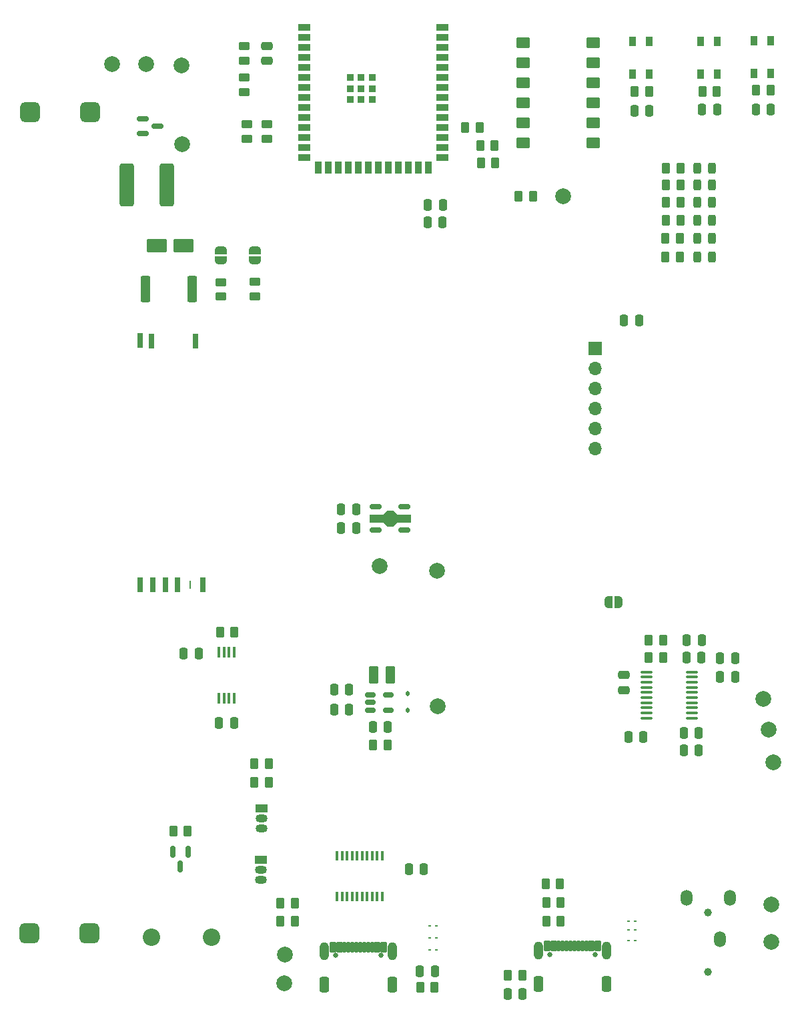
<source format=gbr>
%TF.GenerationSoftware,KiCad,Pcbnew,8.0.4*%
%TF.CreationDate,2025-01-31T21:40:56-05:00*%
%TF.ProjectId,Radiation,52616469-6174-4696-9f6e-2e6b69636164,rev?*%
%TF.SameCoordinates,Original*%
%TF.FileFunction,Soldermask,Top*%
%TF.FilePolarity,Negative*%
%FSLAX46Y46*%
G04 Gerber Fmt 4.6, Leading zero omitted, Abs format (unit mm)*
G04 Created by KiCad (PCBNEW 8.0.4) date 2025-01-31 21:40:56*
%MOMM*%
%LPD*%
G01*
G04 APERTURE LIST*
G04 Aperture macros list*
%AMRoundRect*
0 Rectangle with rounded corners*
0 $1 Rounding radius*
0 $2 $3 $4 $5 $6 $7 $8 $9 X,Y pos of 4 corners*
0 Add a 4 corners polygon primitive as box body*
4,1,4,$2,$3,$4,$5,$6,$7,$8,$9,$2,$3,0*
0 Add four circle primitives for the rounded corners*
1,1,$1+$1,$2,$3*
1,1,$1+$1,$4,$5*
1,1,$1+$1,$6,$7*
1,1,$1+$1,$8,$9*
0 Add four rect primitives between the rounded corners*
20,1,$1+$1,$2,$3,$4,$5,0*
20,1,$1+$1,$4,$5,$6,$7,0*
20,1,$1+$1,$6,$7,$8,$9,0*
20,1,$1+$1,$8,$9,$2,$3,0*%
%AMFreePoly0*
4,1,19,0.500000,-0.750000,0.000000,-0.750000,0.000000,-0.744911,-0.071157,-0.744911,-0.207708,-0.704816,-0.327430,-0.627875,-0.420627,-0.520320,-0.479746,-0.390866,-0.500000,-0.250000,-0.500000,0.250000,-0.479746,0.390866,-0.420627,0.520320,-0.327430,0.627875,-0.207708,0.704816,-0.071157,0.744911,0.000000,0.744911,0.000000,0.750000,0.500000,0.750000,0.500000,-0.750000,0.500000,-0.750000,
$1*%
%AMFreePoly1*
4,1,19,0.000000,0.744911,0.071157,0.744911,0.207708,0.704816,0.327430,0.627875,0.420627,0.520320,0.479746,0.390866,0.500000,0.250000,0.500000,-0.250000,0.479746,-0.390866,0.420627,-0.520320,0.327430,-0.627875,0.207708,-0.704816,0.071157,-0.744911,0.000000,-0.744911,0.000000,-0.750000,-0.500000,-0.750000,-0.500000,0.750000,0.000000,0.750000,0.000000,0.744911,0.000000,0.744911,
$1*%
%AMFreePoly2*
4,1,13,0.900000,0.500000,2.600000,0.500000,2.600000,-0.500000,0.900000,-0.500000,0.400000,-1.000000,-0.400000,-1.000000,-0.900000,-0.500000,-2.600000,-0.500000,-2.600000,0.500000,-0.900000,0.500000,-0.400000,1.000000,0.400000,1.000000,0.900000,0.500000,0.900000,0.500000,$1*%
G04 Aperture macros list end*
%ADD10C,0.650000*%
%ADD11RoundRect,0.095000X-0.300000X-0.575000X0.300000X-0.575000X0.300000X0.575000X-0.300000X0.575000X0*%
%ADD12RoundRect,0.095000X-0.150000X-0.575000X0.150000X-0.575000X0.150000X0.575000X-0.150000X0.575000X0*%
%ADD13O,1.204000X2.304000*%
%ADD14RoundRect,0.301000X-0.301000X-0.701000X0.301000X-0.701000X0.301000X0.701000X-0.301000X0.701000X0*%
%ADD15C,0.990600*%
%ADD16O,1.498600X2.006600*%
%ADD17RoundRect,0.250000X0.262500X0.450000X-0.262500X0.450000X-0.262500X-0.450000X0.262500X-0.450000X0*%
%ADD18RoundRect,0.250000X-0.250000X-0.475000X0.250000X-0.475000X0.250000X0.475000X-0.250000X0.475000X0*%
%ADD19R,0.760000X1.910000*%
%ADD20R,0.150000X1.000000*%
%ADD21RoundRect,0.062500X0.117500X0.062500X-0.117500X0.062500X-0.117500X-0.062500X0.117500X-0.062500X0*%
%ADD22C,2.000000*%
%ADD23R,0.400000X1.200000*%
%ADD24RoundRect,0.150000X-0.587500X-0.150000X0.587500X-0.150000X0.587500X0.150000X-0.587500X0.150000X0*%
%ADD25R,1.500000X1.050000*%
%ADD26O,1.500000X1.050000*%
%ADD27RoundRect,0.250000X-0.262500X-0.450000X0.262500X-0.450000X0.262500X0.450000X-0.262500X0.450000X0*%
%ADD28RoundRect,0.635000X0.635000X-0.635000X0.635000X0.635000X-0.635000X0.635000X-0.635000X-0.635000X0*%
%ADD29FreePoly0,270.000000*%
%ADD30FreePoly1,270.000000*%
%ADD31RoundRect,0.250000X-0.650000X-2.450000X0.650000X-2.450000X0.650000X2.450000X-0.650000X2.450000X0*%
%ADD32RoundRect,0.102000X-0.325000X0.525000X-0.325000X-0.525000X0.325000X-0.525000X0.325000X0.525000X0*%
%ADD33RoundRect,0.175000X-0.575000X-0.175000X0.575000X-0.175000X0.575000X0.175000X-0.575000X0.175000X0*%
%ADD34FreePoly2,0.000000*%
%ADD35RoundRect,0.250000X-0.450000X0.262500X-0.450000X-0.262500X0.450000X-0.262500X0.450000X0.262500X0*%
%ADD36RoundRect,0.250000X0.375000X0.850000X-0.375000X0.850000X-0.375000X-0.850000X0.375000X-0.850000X0*%
%ADD37RoundRect,0.250000X0.250000X0.475000X-0.250000X0.475000X-0.250000X-0.475000X0.250000X-0.475000X0*%
%ADD38RoundRect,0.100000X-0.637500X-0.100000X0.637500X-0.100000X0.637500X0.100000X-0.637500X0.100000X0*%
%ADD39RoundRect,0.243750X0.243750X0.456250X-0.243750X0.456250X-0.243750X-0.456250X0.243750X-0.456250X0*%
%ADD40RoundRect,0.250000X-0.475000X0.250000X-0.475000X-0.250000X0.475000X-0.250000X0.475000X0.250000X0*%
%ADD41RoundRect,0.102000X1.130000X0.755000X-1.130000X0.755000X-1.130000X-0.755000X1.130000X-0.755000X0*%
%ADD42FreePoly0,0.000000*%
%ADD43FreePoly1,0.000000*%
%ADD44RoundRect,0.250000X-0.362500X-1.425000X0.362500X-1.425000X0.362500X1.425000X-0.362500X1.425000X0*%
%ADD45RoundRect,0.150000X-0.512500X-0.150000X0.512500X-0.150000X0.512500X0.150000X-0.512500X0.150000X0*%
%ADD46R,0.355600X1.473200*%
%ADD47RoundRect,0.102000X0.750000X0.550000X-0.750000X0.550000X-0.750000X-0.550000X0.750000X-0.550000X0*%
%ADD48RoundRect,0.250000X0.475000X-0.250000X0.475000X0.250000X-0.475000X0.250000X-0.475000X-0.250000X0*%
%ADD49RoundRect,0.150000X-0.150000X0.587500X-0.150000X-0.587500X0.150000X-0.587500X0.150000X0.587500X0*%
%ADD50R,1.700000X1.700000*%
%ADD51O,1.700000X1.700000*%
%ADD52R,1.500000X0.900000*%
%ADD53R,0.900000X1.500000*%
%ADD54R,0.900000X0.900000*%
%ADD55C,2.204000*%
%ADD56RoundRect,0.112500X0.112500X-0.187500X0.112500X0.187500X-0.112500X0.187500X-0.112500X-0.187500X0*%
G04 APERTURE END LIST*
D10*
%TO.C,J1*%
X107710000Y-180420000D03*
X113490000Y-180420000D03*
D11*
X107400000Y-179345000D03*
X108200000Y-179345000D03*
D12*
X109350000Y-179345000D03*
X110350000Y-179345000D03*
X110850000Y-179345000D03*
X111850000Y-179345000D03*
D11*
X113800000Y-179345000D03*
X113000000Y-179345000D03*
D12*
X112350000Y-179345000D03*
X111350000Y-179345000D03*
X109850000Y-179345000D03*
X108850000Y-179345000D03*
D13*
X106280000Y-179920000D03*
X114920000Y-179920000D03*
D14*
X106280000Y-184100000D03*
X114920000Y-184100000D03*
%TD*%
D15*
%TO.C,J3*%
X127800000Y-182600000D03*
X127800000Y-175100000D03*
D16*
X129300124Y-178500000D03*
X125049942Y-173199998D03*
X130549941Y-173199998D03*
%TD*%
D10*
%TO.C,J2*%
X80532500Y-180520000D03*
X86312500Y-180520000D03*
D11*
X80222500Y-179445000D03*
X81022500Y-179445000D03*
D12*
X82172500Y-179445000D03*
X83172500Y-179445000D03*
X83672500Y-179445000D03*
X84672500Y-179445000D03*
D11*
X86622500Y-179445000D03*
X85822500Y-179445000D03*
D12*
X85172500Y-179445000D03*
X84172500Y-179445000D03*
X82672500Y-179445000D03*
X81672500Y-179445000D03*
D13*
X79102500Y-180020000D03*
X87742500Y-180020000D03*
D14*
X79102500Y-184200000D03*
X87742500Y-184200000D03*
%TD*%
D17*
%TO.C,R4*%
X67712500Y-139500000D03*
X65887500Y-139500000D03*
%TD*%
%TO.C,R29*%
X122112500Y-142725000D03*
X120287500Y-142725000D03*
%TD*%
D18*
%TO.C,C10*%
X92200000Y-87500000D03*
X94100000Y-87500000D03*
%TD*%
D19*
%TO.C,T1*%
X55712500Y-133505000D03*
X57312500Y-133505000D03*
X58912500Y-133505000D03*
X60512500Y-133505000D03*
D20*
X62082500Y-133505000D03*
D19*
X63712500Y-133505000D03*
X62742500Y-102575000D03*
X57142500Y-102575000D03*
X55712500Y-102535000D03*
%TD*%
D17*
%TO.C,R25*%
X100812500Y-80000000D03*
X98987500Y-80000000D03*
%TD*%
%TO.C,R32*%
X135712500Y-70800000D03*
X133887500Y-70800000D03*
%TD*%
D21*
%TO.C,D5*%
X117680000Y-177300000D03*
X118520000Y-177300000D03*
%TD*%
D22*
%TO.C,3.3V1*%
X86100000Y-131100000D03*
%TD*%
D23*
%TO.C,U5*%
X86447500Y-167857500D03*
X85812500Y-167857500D03*
X85177500Y-167857500D03*
X84542500Y-167857500D03*
X83907500Y-167857500D03*
X83272500Y-167857500D03*
X82637500Y-167857500D03*
X82002500Y-167857500D03*
X81367500Y-167857500D03*
X80732500Y-167857500D03*
X80732500Y-173057500D03*
X81367500Y-173057500D03*
X82002500Y-173057500D03*
X82637500Y-173057500D03*
X83272500Y-173057500D03*
X83907500Y-173057500D03*
X84542500Y-173057500D03*
X85177500Y-173057500D03*
X85812500Y-173057500D03*
X86447500Y-173057500D03*
%TD*%
D24*
%TO.C,Q1*%
X56100000Y-74400000D03*
X56100000Y-76300000D03*
X57975000Y-75350000D03*
%TD*%
D17*
%TO.C,R14*%
X104212500Y-183000000D03*
X102387500Y-183000000D03*
%TD*%
D25*
%TO.C,Q2*%
X71040000Y-168430000D03*
D26*
X71040000Y-169700000D03*
X71040000Y-170970000D03*
%TD*%
D22*
%TO.C,TP5*%
X61000000Y-67600000D03*
%TD*%
D27*
%TO.C,R17*%
X122375000Y-91900000D03*
X124200000Y-91900000D03*
%TD*%
D22*
%TO.C,TP3*%
X56500000Y-67500000D03*
%TD*%
%TO.C,5V1*%
X93500000Y-148900000D03*
%TD*%
D17*
%TO.C,R30*%
X122112500Y-140525000D03*
X120287500Y-140525000D03*
%TD*%
%TO.C,R33*%
X128912500Y-70900000D03*
X127087500Y-70900000D03*
%TD*%
%TO.C,R21*%
X75335000Y-173900000D03*
X73510000Y-173900000D03*
%TD*%
D28*
%TO.C,F1*%
X41642500Y-177727500D03*
X49262500Y-177727500D03*
X41737500Y-73577500D03*
X49357500Y-73577500D03*
%TD*%
D17*
%TO.C,R26*%
X100712500Y-77800000D03*
X98887500Y-77800000D03*
%TD*%
%TO.C,R18*%
X75335000Y-176200000D03*
X73510000Y-176200000D03*
%TD*%
D18*
%TO.C,C14*%
X125112500Y-140525000D03*
X127012500Y-140525000D03*
%TD*%
%TO.C,C7*%
X80350000Y-146790000D03*
X82250000Y-146790000D03*
%TD*%
%TO.C,C19*%
X124712500Y-154525000D03*
X126612500Y-154525000D03*
%TD*%
D29*
%TO.C,JP2*%
X66000000Y-91050000D03*
D30*
X66000000Y-92350000D03*
%TD*%
D18*
%TO.C,C6*%
X81250000Y-126300000D03*
X83150000Y-126300000D03*
%TD*%
D17*
%TO.C,R34*%
X120312500Y-70971500D03*
X118487500Y-70971500D03*
%TD*%
D18*
%TO.C,C5*%
X81250000Y-123900000D03*
X83150000Y-123900000D03*
%TD*%
D31*
%TO.C,C1*%
X54050000Y-82800000D03*
X59150000Y-82800000D03*
%TD*%
D22*
%TO.C,HI-V1*%
X61100000Y-77600000D03*
%TD*%
D17*
%TO.C,R6*%
X124300000Y-87300000D03*
X122475000Y-87300000D03*
%TD*%
D32*
%TO.C,S2*%
X128975000Y-64625000D03*
X128975000Y-68775000D03*
X126825000Y-64625000D03*
X126825000Y-68775000D03*
%TD*%
D18*
%TO.C,C22*%
X127050000Y-73200000D03*
X128950000Y-73200000D03*
%TD*%
D33*
%TO.C,U2*%
X85600000Y-123600000D03*
D34*
X87450000Y-125100000D03*
D33*
X85600000Y-126600000D03*
X89300000Y-126600000D03*
X89300000Y-123600000D03*
%TD*%
D18*
%TO.C,C18*%
X124712500Y-152325000D03*
X126612500Y-152325000D03*
%TD*%
D21*
%TO.C,D12*%
X92502500Y-179800000D03*
X93342500Y-179800000D03*
%TD*%
D17*
%TO.C,R28*%
X61762500Y-164737500D03*
X59937500Y-164737500D03*
%TD*%
D35*
%TO.C,R11*%
X69300000Y-75087500D03*
X69300000Y-76912500D03*
%TD*%
D27*
%TO.C,R15*%
X107287500Y-173800000D03*
X109112500Y-173800000D03*
%TD*%
D36*
%TO.C,L1*%
X87500000Y-144900000D03*
X85350000Y-144900000D03*
%TD*%
D18*
%TO.C,C2*%
X61250000Y-142200000D03*
X63150000Y-142200000D03*
%TD*%
D21*
%TO.C,D7*%
X117680000Y-178600000D03*
X118520000Y-178600000D03*
%TD*%
D17*
%TO.C,R23*%
X124300000Y-80700000D03*
X122475000Y-80700000D03*
%TD*%
D18*
%TO.C,C25*%
X89850000Y-169600000D03*
X91750000Y-169600000D03*
%TD*%
%TO.C,C9*%
X92250000Y-85300000D03*
X94150000Y-85300000D03*
%TD*%
D27*
%TO.C,R19*%
X122375000Y-89600000D03*
X124200000Y-89600000D03*
%TD*%
D17*
%TO.C,R7*%
X87112500Y-153800000D03*
X85287500Y-153800000D03*
%TD*%
%TO.C,R27*%
X98812500Y-75500000D03*
X96987500Y-75500000D03*
%TD*%
D37*
%TO.C,C26*%
X119600000Y-152800000D03*
X117700000Y-152800000D03*
%TD*%
%TO.C,C3*%
X67650000Y-151000000D03*
X65750000Y-151000000D03*
%TD*%
D22*
%TO.C,TP8*%
X52200000Y-67500000D03*
%TD*%
D38*
%TO.C,U6*%
X120037500Y-144575000D03*
X120037500Y-145225000D03*
X120037500Y-145875000D03*
X120037500Y-146525000D03*
X120037500Y-147175000D03*
X120037500Y-147825000D03*
X120037500Y-148475000D03*
X120037500Y-149125000D03*
X120037500Y-149775000D03*
X120037500Y-150425000D03*
X125762500Y-150425000D03*
X125762500Y-149775000D03*
X125762500Y-149125000D03*
X125762500Y-148475000D03*
X125762500Y-147825000D03*
X125762500Y-147175000D03*
X125762500Y-146525000D03*
X125762500Y-145875000D03*
X125762500Y-145225000D03*
X125762500Y-144575000D03*
%TD*%
D39*
%TO.C,D2*%
X128325000Y-87300000D03*
X126450000Y-87300000D03*
%TD*%
D27*
%TO.C,R22*%
X91287500Y-184600000D03*
X93112500Y-184600000D03*
%TD*%
D35*
%TO.C,R13*%
X68900000Y-65187500D03*
X68900000Y-67012500D03*
%TD*%
D22*
%TO.C,LRCK*%
X134800000Y-148000000D03*
%TD*%
D21*
%TO.C,D6*%
X117680000Y-176200000D03*
X118520000Y-176200000D03*
%TD*%
D40*
%TO.C,C13*%
X117100000Y-144950000D03*
X117100000Y-146850000D03*
%TD*%
D22*
%TO.C,DOUT1*%
X135500000Y-151900000D03*
%TD*%
D17*
%TO.C,R12*%
X109112500Y-176200000D03*
X107287500Y-176200000D03*
%TD*%
D41*
%TO.C,D1*%
X61232500Y-90500000D03*
X57892500Y-90500000D03*
%TD*%
D42*
%TO.C,JP3*%
X115150000Y-135700000D03*
D43*
X116450000Y-135700000D03*
%TD*%
D22*
%TO.C,OUT R*%
X135800000Y-174100000D03*
%TD*%
D27*
%TO.C,R5*%
X103775000Y-84200000D03*
X105600000Y-84200000D03*
%TD*%
D17*
%TO.C,R20*%
X72037500Y-156200000D03*
X70212500Y-156200000D03*
%TD*%
D44*
%TO.C,R3*%
X56437500Y-96000000D03*
X62362500Y-96000000D03*
%TD*%
D18*
%TO.C,C15*%
X125062500Y-142725000D03*
X126962500Y-142725000D03*
%TD*%
%TO.C,C21*%
X117150000Y-100000000D03*
X119050000Y-100000000D03*
%TD*%
D32*
%TO.C,S3*%
X120375000Y-64596500D03*
X120375000Y-68746500D03*
X118225000Y-64596500D03*
X118225000Y-68746500D03*
%TD*%
D18*
%TO.C,C17*%
X129350000Y-145200000D03*
X131250000Y-145200000D03*
%TD*%
D17*
%TO.C,R24*%
X124300000Y-82800000D03*
X122475000Y-82800000D03*
%TD*%
D45*
%TO.C,U3*%
X84925000Y-147500000D03*
X84925000Y-148450000D03*
X84925000Y-149400000D03*
X87200000Y-149400000D03*
X87200000Y-147500000D03*
%TD*%
D18*
%TO.C,C23*%
X118450000Y-73400000D03*
X120350000Y-73400000D03*
%TD*%
D35*
%TO.C,R10*%
X71800000Y-75100000D03*
X71800000Y-76925000D03*
%TD*%
D39*
%TO.C,D4*%
X128325000Y-85000000D03*
X126450000Y-85000000D03*
%TD*%
D29*
%TO.C,JP1*%
X70300000Y-91100000D03*
D30*
X70300000Y-92400000D03*
%TD*%
D18*
%TO.C,C8*%
X80350000Y-149300000D03*
X82250000Y-149300000D03*
%TD*%
D32*
%TO.C,S1*%
X135775000Y-64525000D03*
X135775000Y-68675000D03*
X133625000Y-64525000D03*
X133625000Y-68675000D03*
%TD*%
D39*
%TO.C,D14*%
X128325000Y-82800000D03*
X126450000Y-82800000D03*
%TD*%
D22*
%TO.C,VHIGH1*%
X93400000Y-131700000D03*
%TD*%
D39*
%TO.C,D9*%
X128325000Y-89600000D03*
X126450000Y-89600000D03*
%TD*%
D22*
%TO.C,PWM1*%
X109400000Y-84200000D03*
%TD*%
D25*
%TO.C,Q3*%
X71115000Y-161860000D03*
D26*
X71115000Y-163130000D03*
X71115000Y-164400000D03*
%TD*%
D46*
%TO.C,U1*%
X67674999Y-142079000D03*
X67025001Y-142079000D03*
X66374999Y-142079000D03*
X65725001Y-142079000D03*
X65725001Y-147921000D03*
X66374999Y-147921000D03*
X67025001Y-147921000D03*
X67674999Y-147921000D03*
%TD*%
D47*
%TO.C,S4*%
X113250000Y-77450000D03*
X104350000Y-77450000D03*
X113250000Y-74910000D03*
X104350000Y-74910000D03*
X113250000Y-72370000D03*
X104350000Y-72370000D03*
X113250000Y-69830000D03*
X104350000Y-69830000D03*
X113250000Y-67290000D03*
X104350000Y-67290000D03*
X113250000Y-64750000D03*
X104350000Y-64750000D03*
%TD*%
D18*
%TO.C,C16*%
X129350000Y-142800000D03*
X131250000Y-142800000D03*
%TD*%
D27*
%TO.C,R31*%
X107200000Y-171400000D03*
X109025000Y-171400000D03*
%TD*%
D35*
%TO.C,R9*%
X68900000Y-69187500D03*
X68900000Y-71012500D03*
%TD*%
D48*
%TO.C,C24*%
X71800000Y-67050000D03*
X71800000Y-65150000D03*
%TD*%
D39*
%TO.C,D13*%
X128325000Y-80700000D03*
X126450000Y-80700000D03*
%TD*%
D22*
%TO.C,OUT L*%
X135800000Y-178800000D03*
%TD*%
D49*
%TO.C,Q4*%
X61800000Y-167400000D03*
X59900000Y-167400000D03*
X60850000Y-169275000D03*
%TD*%
D50*
%TO.C,J5*%
X113500000Y-103560000D03*
D51*
X113500000Y-106100000D03*
X113500000Y-108640000D03*
X113500000Y-111180000D03*
X113500000Y-113720000D03*
X113500000Y-116260000D03*
%TD*%
D35*
%TO.C,R2*%
X66000000Y-95137500D03*
X66000000Y-96962500D03*
%TD*%
D17*
%TO.C,R8*%
X124300000Y-85000000D03*
X122475000Y-85000000D03*
%TD*%
D39*
%TO.C,D8*%
X128325000Y-91900000D03*
X126450000Y-91900000D03*
%TD*%
D52*
%TO.C,U4*%
X76550000Y-62850000D03*
X76550000Y-64120000D03*
X76550000Y-65390000D03*
X76550000Y-66660000D03*
X76550000Y-67930000D03*
X76550000Y-69200000D03*
X76550000Y-70470000D03*
X76550000Y-71740000D03*
X76550000Y-73010000D03*
X76550000Y-74280000D03*
X76550000Y-75550000D03*
X76550000Y-76820000D03*
X76550000Y-78090000D03*
X76550000Y-79360000D03*
D53*
X78315000Y-80610000D03*
X79585000Y-80610000D03*
X80855000Y-80610000D03*
X82125000Y-80610000D03*
X83395000Y-80610000D03*
X84665000Y-80610000D03*
X85935000Y-80610000D03*
X87205000Y-80610000D03*
X88475000Y-80610000D03*
X89745000Y-80610000D03*
X91015000Y-80610000D03*
X92285000Y-80610000D03*
D52*
X94050000Y-79360000D03*
X94050000Y-78090000D03*
X94050000Y-76820000D03*
X94050000Y-75550000D03*
X94050000Y-74280000D03*
X94050000Y-73010000D03*
X94050000Y-71740000D03*
X94050000Y-70470000D03*
X94050000Y-69200000D03*
X94050000Y-67930000D03*
X94050000Y-66660000D03*
X94050000Y-65390000D03*
X94050000Y-64120000D03*
X94050000Y-62850000D03*
D54*
X83800000Y-70570000D03*
X83800000Y-69170000D03*
X82400000Y-69170000D03*
X82400000Y-70570000D03*
X82400000Y-71970000D03*
X83800000Y-71970000D03*
X85200000Y-71970000D03*
X85200000Y-70570000D03*
X85200000Y-69170000D03*
%TD*%
D22*
%TO.C,VBUS1*%
X74000000Y-184037500D03*
%TD*%
D21*
%TO.C,D11*%
X92502500Y-178300000D03*
X93342500Y-178300000D03*
%TD*%
D22*
%TO.C,STAT1*%
X74122500Y-180400000D03*
%TD*%
D35*
%TO.C,R1*%
X70300000Y-95075000D03*
X70300000Y-96900000D03*
%TD*%
D55*
%TO.C,LS1*%
X64800000Y-178200000D03*
X57200000Y-178200000D03*
%TD*%
D17*
%TO.C,R16*%
X72037500Y-158600000D03*
X70212500Y-158600000D03*
%TD*%
D18*
%TO.C,C20*%
X133850000Y-73200000D03*
X135750000Y-73200000D03*
%TD*%
%TO.C,C12*%
X91250000Y-182500000D03*
X93150000Y-182500000D03*
%TD*%
D21*
%TO.C,D10*%
X92517500Y-176800000D03*
X93357500Y-176800000D03*
%TD*%
D22*
%TO.C,BCK*%
X136100000Y-156000000D03*
%TD*%
D37*
%TO.C,C4*%
X87150000Y-151500000D03*
X85250000Y-151500000D03*
%TD*%
D18*
%TO.C,C11*%
X102362500Y-185400000D03*
X104262500Y-185400000D03*
%TD*%
D56*
%TO.C,D3*%
X89700000Y-149450000D03*
X89700000Y-147350000D03*
%TD*%
M02*

</source>
